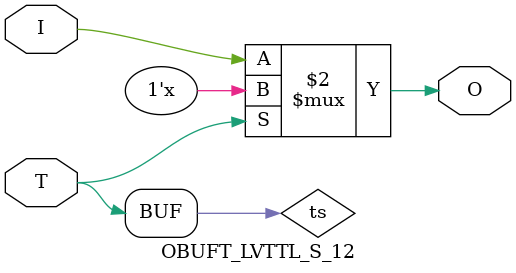
<source format=v>

/*

FUNCTION    : TRI-STATE OUTPUT BUFFER

*/

`celldefine
`timescale  100 ps / 10 ps

module OBUFT_LVTTL_S_12 (O, I, T);

    output O;

    input  I, T;

    or O1 (ts, 1'b0, T);
    bufif0 T1 (O, I, ts);

endmodule

</source>
